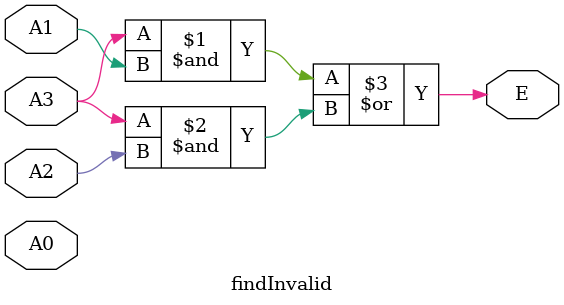
<source format=v>
module findInvalid ( A3 , A2 , A1 , A0 , E ) ;
input A3 , A2 , A1 , A0 ;
output E ;

assign E = ( A3 & A1 ) | ( A3 & A2 ) ;

endmodule 
</source>
